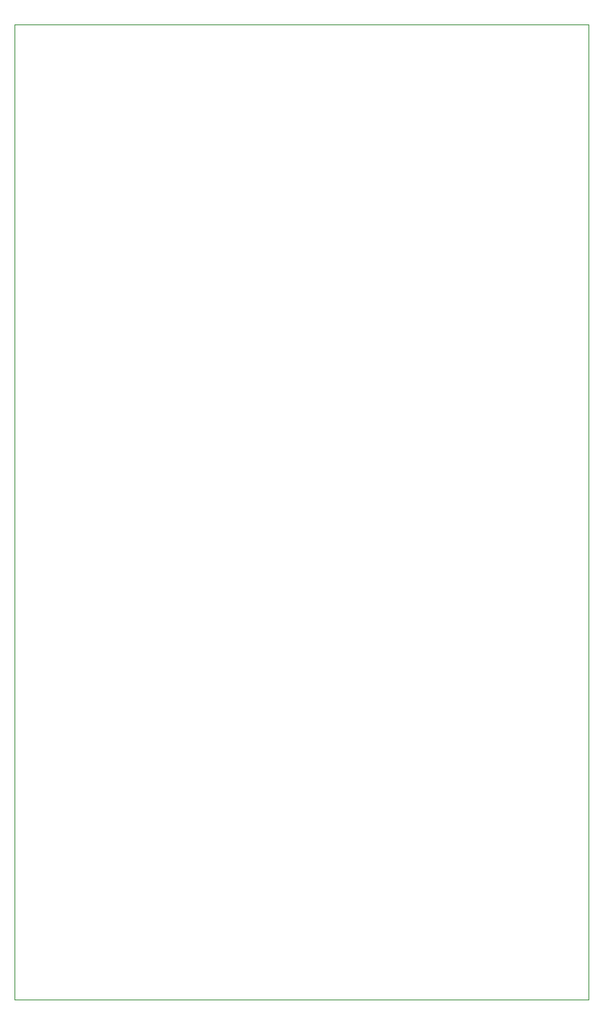
<source format=gbr>
%TF.GenerationSoftware,KiCad,Pcbnew,9.0.4-1.fc42*%
%TF.CreationDate,2025-09-21T19:32:59-04:00*%
%TF.ProjectId,TacosDevBoard,5461636f-7344-4657-9642-6f6172642e6b,1.0*%
%TF.SameCoordinates,Original*%
%TF.FileFunction,Profile,NP*%
%FSLAX46Y46*%
G04 Gerber Fmt 4.6, Leading zero omitted, Abs format (unit mm)*
G04 Created by KiCad (PCBNEW 9.0.4-1.fc42) date 2025-09-21 19:32:59*
%MOMM*%
%LPD*%
G01*
G04 APERTURE LIST*
%TA.AperFunction,Profile*%
%ADD10C,0.050000*%
%TD*%
G04 APERTURE END LIST*
D10*
X109220000Y-34467800D02*
X172847000Y-34467800D01*
X172847000Y-142519400D01*
X109220000Y-142519400D01*
X109220000Y-34467800D01*
M02*

</source>
